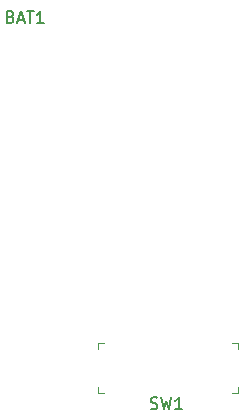
<source format=gbr>
%TF.GenerationSoftware,KiCad,Pcbnew,(6.0.4)*%
%TF.CreationDate,2022-12-10T07:59:11-05:00*%
%TF.ProjectId,christmas tree,63687269-7374-46d6-9173-20747265652e,rev?*%
%TF.SameCoordinates,Original*%
%TF.FileFunction,Legend,Top*%
%TF.FilePolarity,Positive*%
%FSLAX46Y46*%
G04 Gerber Fmt 4.6, Leading zero omitted, Abs format (unit mm)*
G04 Created by KiCad (PCBNEW (6.0.4)) date 2022-12-10 07:59:11*
%MOMM*%
%LPD*%
G01*
G04 APERTURE LIST*
%ADD10C,0.150000*%
%ADD11C,0.100000*%
G04 APERTURE END LIST*
D10*
%TO.C,SW1*%
X170800416Y-142331011D02*
X170943273Y-142378630D01*
X171181369Y-142378630D01*
X171276607Y-142331011D01*
X171324226Y-142283392D01*
X171371845Y-142188154D01*
X171371845Y-142092916D01*
X171324226Y-141997678D01*
X171276607Y-141950059D01*
X171181369Y-141902440D01*
X170990892Y-141854821D01*
X170895654Y-141807202D01*
X170848035Y-141759583D01*
X170800416Y-141664345D01*
X170800416Y-141569107D01*
X170848035Y-141473869D01*
X170895654Y-141426250D01*
X170990892Y-141378630D01*
X171228988Y-141378630D01*
X171371845Y-141426250D01*
X171705178Y-141378630D02*
X171943273Y-142378630D01*
X172133750Y-141664345D01*
X172324226Y-142378630D01*
X172562321Y-141378630D01*
X173467083Y-142378630D02*
X172895654Y-142378630D01*
X173181369Y-142378630D02*
X173181369Y-141378630D01*
X173086130Y-141521488D01*
X172990892Y-141616726D01*
X172895654Y-141664345D01*
%TO.C,BAT1*%
X158955574Y-109161271D02*
X159098431Y-109208890D01*
X159146050Y-109256509D01*
X159193669Y-109351747D01*
X159193669Y-109494604D01*
X159146050Y-109589842D01*
X159098431Y-109637461D01*
X159003193Y-109685080D01*
X158622240Y-109685080D01*
X158622240Y-108685080D01*
X158955574Y-108685080D01*
X159050812Y-108732700D01*
X159098431Y-108780319D01*
X159146050Y-108875557D01*
X159146050Y-108970795D01*
X159098431Y-109066033D01*
X159050812Y-109113652D01*
X158955574Y-109161271D01*
X158622240Y-109161271D01*
X159574621Y-109399366D02*
X160050812Y-109399366D01*
X159479383Y-109685080D02*
X159812717Y-108685080D01*
X160146050Y-109685080D01*
X160336526Y-108685080D02*
X160907955Y-108685080D01*
X160622240Y-109685080D02*
X160622240Y-108685080D01*
X161765098Y-109685080D02*
X161193669Y-109685080D01*
X161479383Y-109685080D02*
X161479383Y-108685080D01*
X161384145Y-108827938D01*
X161288907Y-108923176D01*
X161193669Y-108970795D01*
D11*
%TO.C,SW1*%
X166323750Y-136806250D02*
X166823750Y-136806250D01*
X178223750Y-141006250D02*
X178223750Y-140506250D01*
X166323750Y-136806250D02*
X166323750Y-137306250D01*
X178223750Y-136806250D02*
X177723750Y-136806250D01*
X166323750Y-141006250D02*
X166323750Y-140506250D01*
X178223750Y-141006250D02*
X177723750Y-141006250D01*
X178223750Y-136806250D02*
X178223750Y-137306250D01*
X166323750Y-141006250D02*
X166823750Y-141006250D01*
%TD*%
M02*

</source>
